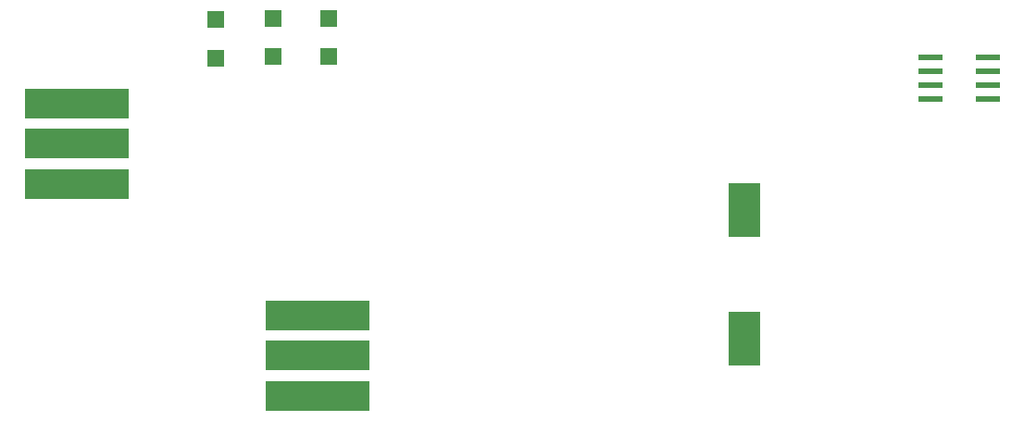
<source format=gtp>
G04*
G04 #@! TF.GenerationSoftware,Altium Limited,Altium Designer,20.0.9 (164)*
G04*
G04 Layer_Color=8421504*
%FSLAX25Y25*%
%MOIN*%
G70*
G01*
G75*
%ADD18R,0.37500X0.11000*%
%ADD19R,0.11811X0.19685*%
%ADD20R,0.05906X0.05906*%
%ADD21R,0.08661X0.02362*%
D18*
X60500Y-159000D02*
D03*
Y-144500D02*
D03*
Y-130000D02*
D03*
X147250Y-206250D02*
D03*
Y-220750D02*
D03*
Y-235250D02*
D03*
D19*
X300805Y-214683D02*
D03*
Y-168226D02*
D03*
D20*
X110750Y-113640D02*
D03*
Y-99860D02*
D03*
X131250Y-113140D02*
D03*
Y-99360D02*
D03*
X151250Y-113030D02*
D03*
Y-99250D02*
D03*
D21*
X368014Y-128250D02*
D03*
Y-123250D02*
D03*
Y-118250D02*
D03*
Y-113250D02*
D03*
X388486D02*
D03*
Y-118250D02*
D03*
Y-123250D02*
D03*
Y-128250D02*
D03*
M02*

</source>
